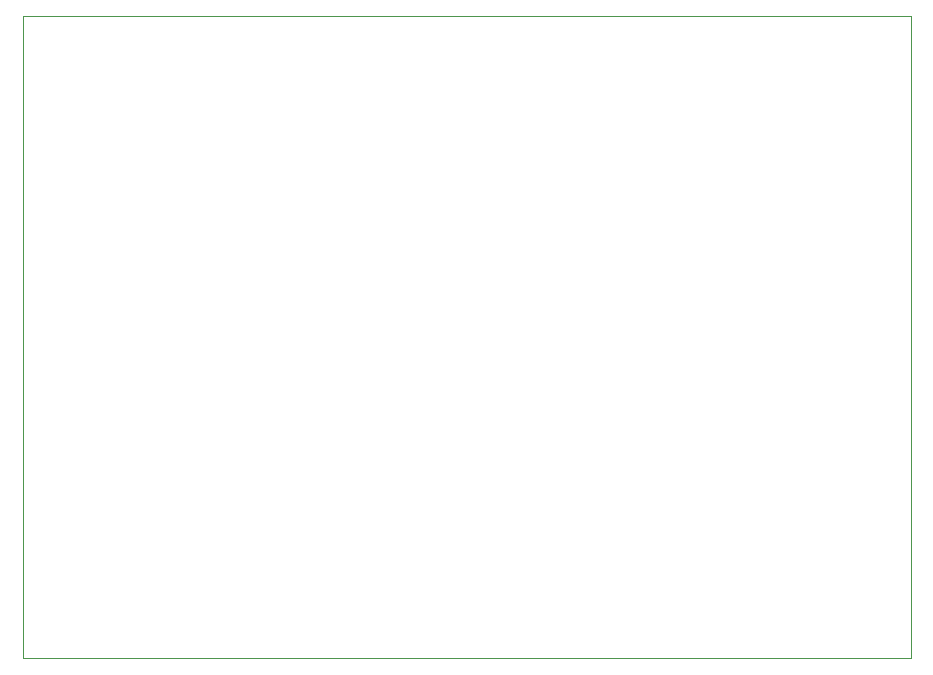
<source format=gm1>
%TF.GenerationSoftware,KiCad,Pcbnew,(6.0.0)*%
%TF.CreationDate,2022-06-14T20:33:02+03:00*%
%TF.ProjectId,breadboard_power_supply,62726561-6462-46f6-9172-645f706f7765,rev?*%
%TF.SameCoordinates,Original*%
%TF.FileFunction,Profile,NP*%
%FSLAX46Y46*%
G04 Gerber Fmt 4.6, Leading zero omitted, Abs format (unit mm)*
G04 Created by KiCad (PCBNEW (6.0.0)) date 2022-06-14 20:33:02*
%MOMM*%
%LPD*%
G01*
G04 APERTURE LIST*
%TA.AperFunction,Profile*%
%ADD10C,0.100000*%
%TD*%
G04 APERTURE END LIST*
D10*
X104495600Y-122275600D02*
X104495600Y-67919600D01*
X29311600Y-122275600D02*
X104495600Y-122275600D01*
X104495600Y-67919600D02*
X29311600Y-67919600D01*
X29311600Y-68173600D02*
X29311600Y-122275600D01*
X29311600Y-68173600D02*
X29311600Y-67919600D01*
M02*

</source>
